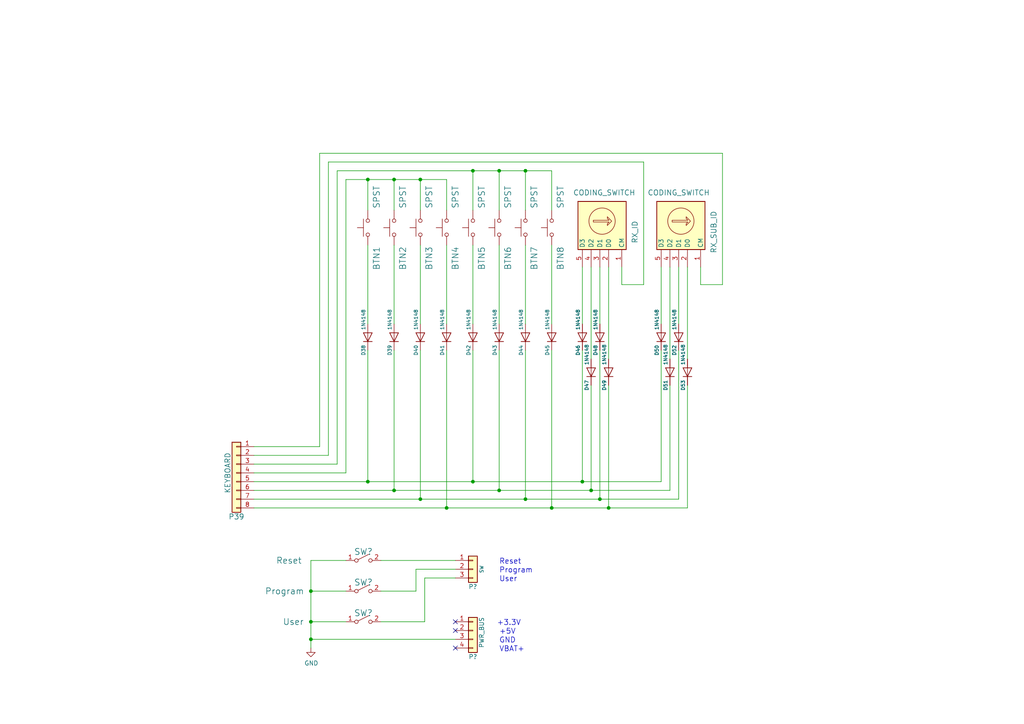
<source format=kicad_sch>
(kicad_sch (version 20230121) (generator eeschema)
  (paper "A4")
  (title_block (title "Buttons and encoders") (date "2020-04-15"))
  (lib_symbols
    (symbol "RCTX-rescue:Conn_01x03-conn" (pin_names (offset 1.016) hide)
      (property "Reference" "J" (at 0 5.08 0))
      (property "Value" "Conn_01x03-conn" (at 0 -5.08 0))
      (symbol "Conn_01x03-conn_1_1"
        (rectangle (start -1.27 -2.413) (end 0 -2.667) (stroke (width 0.1524)))
        (rectangle (start -1.27 0.127) (end 0 -0.127) (stroke (width 0.1524)))
        (rectangle (start -1.27 2.667) (end 0 2.413) (stroke (width 0.1524)))
        (rectangle (start -1.27 3.81) (end 1.27 -3.81) (stroke (width 0.254)) (fill (type background)))
        (pin passive line (at -5.08 2.54 0) (length 3.81) (name "Pin_1") (number "1"))
        (pin passive line (at -5.08 0 0) (length 3.81) (name "Pin_2") (number "2"))
        (pin passive line (at -5.08 -2.54 0) (length 3.81) (name "Pin_3") (number "3"))
      )
    )
    (symbol "RCTX-rescue:Conn_01x04-conn" (pin_names (offset 1.016) hide)
      (property "Reference" "J" (at 0 5.08 0))
      (property "Value" "Conn_01x04-conn" (at 0 -7.62 0))
      (symbol "Conn_01x04-conn_1_1"
        (rectangle (start -1.27 -4.953) (end 0 -5.207) (stroke (width 0.1524)))
        (rectangle (start -1.27 -2.413) (end 0 -2.667) (stroke (width 0.1524)))
        (rectangle (start -1.27 0.127) (end 0 -0.127) (stroke (width 0.1524)))
        (rectangle (start -1.27 2.667) (end 0 2.413) (stroke (width 0.1524)))
        (rectangle (start -1.27 3.81) (end 1.27 -6.35) (stroke (width 0.254)) (fill (type background)))
        (pin passive line (at -5.08 2.54 0) (length 3.81) (name "Pin_1") (number "1"))
        (pin passive line (at -5.08 0 0) (length 3.81) (name "Pin_2") (number "2"))
        (pin passive line (at -5.08 -2.54 0) (length 3.81) (name "Pin_3") (number "3"))
        (pin passive line (at -5.08 -5.08 0) (length 3.81) (name "Pin_4") (number "4"))
      )
    )
    (symbol "RCTX-rescue:Conn_01x08-conn" (pin_names (offset 1.016) hide)
      (property "Reference" "J" (at 0 10.16 0))
      (property "Value" "Conn_01x08-conn" (at 0 -12.7 0))
      (symbol "Conn_01x08-conn_1_1"
        (rectangle (start -1.27 -10.033) (end 0 -10.287) (stroke (width 0.1524)))
        (rectangle (start -1.27 -7.493) (end 0 -7.747) (stroke (width 0.1524)))
        (rectangle (start -1.27 -4.953) (end 0 -5.207) (stroke (width 0.1524)))
        (rectangle (start -1.27 -2.413) (end 0 -2.667) (stroke (width 0.1524)))
        (rectangle (start -1.27 0.127) (end 0 -0.127) (stroke (width 0.1524)))
        (rectangle (start -1.27 2.667) (end 0 2.413) (stroke (width 0.1524)))
        (rectangle (start -1.27 5.207) (end 0 4.953) (stroke (width 0.1524)))
        (rectangle (start -1.27 7.747) (end 0 7.493) (stroke (width 0.1524)))
        (rectangle (start -1.27 8.89) (end 1.27 -11.43) (stroke (width 0.254)) (fill (type background)))
        (pin passive line (at -5.08 7.62 0) (length 3.81) (name "Pin_1") (number "1"))
        (pin passive line (at -5.08 5.08 0) (length 3.81) (name "Pin_2") (number "2"))
        (pin passive line (at -5.08 2.54 0) (length 3.81) (name "Pin_3") (number "3"))
        (pin passive line (at -5.08 0 0) (length 3.81) (name "Pin_4") (number "4"))
        (pin passive line (at -5.08 -2.54 0) (length 3.81) (name "Pin_5") (number "5"))
        (pin passive line (at -5.08 -5.08 0) (length 3.81) (name "Pin_6") (number "6"))
        (pin passive line (at -5.08 -7.62 0) (length 3.81) (name "Pin_7") (number "7"))
        (pin passive line (at -5.08 -10.16 0) (length 3.81) (name "Pin_8") (number "8"))
      )
    )
    (symbol "RCTX-rescue:D-device" (pin_numbers hide) (pin_names (offset 1.016) hide)
      (property "Reference" "D" (at 0 2.54 0))
      (property "Value" "D-device" (at 0 -2.54 0))
      (symbol "D-device_0_1"
        (polyline (pts (xy -1.27 1.27) (xy -1.27 -1.27)) (stroke (width 0.2032)))
        (polyline (pts (xy 1.27 0) (xy -1.27 0)))
        (polyline (pts (xy 1.27 1.27) (xy 1.27 -1.27) (xy -1.27 0) (xy 1.27 1.27)) (stroke (width 0.2032)))
      )
      (symbol "D-device_1_1"
        (pin passive line (at -3.81 0 0) (length 2.54) (name "K") (number "1"))
        (pin passive line (at 3.81 0 180) (length 2.54) (name "A") (number "2"))
      )
    )
    (symbol "RCTX-rescue:GND-power" (power) (pin_names (offset 0))
      (property "Value" "GND-power" (at 0 -3.81 0))
      (symbol "GND-power_0_1"
        (polyline (pts (xy 0 0) (xy 0 -1.27) (xy 1.27 -1.27) (xy 0 -2.54) (xy -1.27 -1.27) (xy 0 -1.27)))
      )
      (symbol "GND-power_1_1"
        (pin power_in line (at 0 0 270) (length 0) hide (name "GND") (number "1"))
      )
    )
    (symbol "RCTX-rescue:SW_Coded-switches"
      (property "Reference" "SW" (at -6.35 8.89 0))
      (property "Value" "SW_Coded-switches" (at -6.35 -7.62 0))
      (symbol "SW_Coded-switches_0_1"
        (circle (center -0.635 0.635) (radius 3.81))
        (polyline (pts (xy -0.889 -1.905) (xy -0.889 2.667) (xy -1.397 2.159) (xy -1.905 2.159) (xy -0.635 3.429) (xy 0.635 2.159) (xy 0.127 2.159) (xy -0.381 2.667) (xy -0.381 -1.905) (xy -0.889 -1.905) (xy -0.889 -1.905)))
        (rectangle (start 7.62 7.62) (end -6.35 -6.35) (stroke (width 0.254)) (fill (type background)))
      )
      (symbol "SW_Coded-switches_1_1"
        (pin passive line (at 12.7 6.35 180) (length 5.08) (name "CM") (number "1"))
        (pin passive line (at 12.7 2.54 180) (length 5.08) (name "D0") (number "2"))
        (pin passive line (at 12.7 0 180) (length 5.08) (name "D1") (number "3"))
        (pin passive line (at 12.7 -2.54 180) (length 5.08) (name "D2") (number "4"))
        (pin passive line (at 12.7 -5.08 180) (length 5.08) (name "D3") (number "5"))
      )
    )
    (symbol "RCTX-rescue:SW_Push-switches" (pin_numbers hide) (pin_names (offset 1.016) hide)
      (property "Reference" "SW" (at 1.27 2.54 0))
      (property "Value" "SW_Push-switches" (at 0 -1.524 0))
      (symbol "SW_Push-switches_0_1"
        (circle (center -2.032 0) (radius 0.508))
        (polyline (pts (xy 0 1.27) (xy 0 3.048)))
        (polyline (pts (xy 2.54 1.27) (xy -2.54 1.27)))
        (circle (center 2.032 0) (radius 0.508))
        (pin passive line (at -5.08 0 0) (length 2.54) (name "1") (number "1"))
        (pin passive line (at 5.08 0 180) (length 2.54) (name "2") (number "2"))
      )
    )
    (symbol "RCTX-rescue:SW_SPST-switches" (pin_names (offset 0) hide)
      (property "Reference" "SW" (at 0 3.175 0))
      (property "Value" "SW_SPST-switches" (at 0 -2.54 0))
      (symbol "SW_SPST-switches_0_0"
        (circle (center -2.032 0) (radius 0.508))
        (polyline (pts (xy -1.524 0.254) (xy 1.524 1.778)))
        (circle (center 2.032 0) (radius 0.508))
      )
      (symbol "SW_SPST-switches_1_1"
        (pin passive line (at -5.08 0 0) (length 2.54) (name "A") (number "1"))
        (pin passive line (at 5.08 0 180) (length 2.54) (name "B") (number "2"))
      )
    )
  )
  (junction (at 152.4 49.53))
  (junction (at 121.92 52.07))
  (junction (at 114.3 52.07))
  (junction (at 173.99 144.78))
  (junction (at 106.68 52.07))
  (junction (at 114.3 142.24))
  (junction (at 144.78 49.53))
  (junction (at 168.91 139.7))
  (junction (at 106.68 139.7))
  (junction (at 137.16 139.7))
  (junction (at 171.45 142.24))
  (junction (at 152.4 144.78))
  (junction (at 160.02 147.32))
  (junction (at 129.54 147.32))
  (junction (at 121.92 144.78))
  (junction (at 137.16 49.53))
  (junction (at 90.17 171.45))
  (junction (at 176.53 147.32))
  (junction (at 90.17 185.42))
  (junction (at 90.17 180.34))
  (junction (at 144.78 142.24))
  (no_connect (at 132.08 187.96))
  (no_connect (at 132.08 182.88))
  (no_connect (at 132.08 180.34))
  (wire (pts (xy 97.79 49.53) (xy 97.79 134.62)))
  (wire (pts (xy 152.4 60.96) (xy 152.4 49.53)))
  (wire (pts (xy 168.91 93.98) (xy 168.91 77.47)))
  (wire (pts (xy 90.17 185.42) (xy 90.17 187.96)))
  (wire (pts (xy 160.02 60.96) (xy 160.02 49.53)))
  (wire (pts (xy 90.17 180.34) (xy 90.17 171.45)))
  (wire (pts (xy 173.99 144.78) (xy 196.85 144.78)))
  (wire (pts (xy 73.66 144.78) (xy 121.92 144.78)))
  (wire (pts (xy 132.08 185.42) (xy 90.17 185.42)))
  (wire (pts (xy 132.08 162.56) (xy 110.49 162.56)))
  (wire (pts (xy 196.85 93.98) (xy 196.85 77.47)))
  (wire (pts (xy 100.33 137.16) (xy 73.66 137.16)))
  (wire (pts (xy 129.54 52.07) (xy 121.92 52.07)))
  (wire (pts (xy 121.92 144.78) (xy 152.4 144.78)))
  (wire (pts (xy 95.25 132.08) (xy 73.66 132.08)))
  (wire (pts (xy 90.17 180.34) (xy 100.33 180.34)))
  (wire (pts (xy 194.31 77.47) (xy 194.31 104.14)))
  (wire (pts (xy 123.19 167.64) (xy 123.19 180.34)))
  (wire (pts (xy 196.85 144.78) (xy 196.85 101.6)))
  (wire (pts (xy 137.16 101.6) (xy 137.16 139.7)))
  (wire (pts (xy 152.4 93.98) (xy 152.4 71.12)))
  (wire (pts (xy 199.39 147.32) (xy 176.53 147.32)))
  (wire (pts (xy 114.3 142.24) (xy 114.3 101.6)))
  (wire (pts (xy 186.69 82.55) (xy 180.34 82.55)))
  (wire (pts (xy 176.53 111.76) (xy 176.53 147.32)))
  (wire (pts (xy 168.91 139.7) (xy 191.77 139.7)))
  (wire (pts (xy 152.4 144.78) (xy 173.99 144.78)))
  (wire (pts (xy 203.2 77.47) (xy 203.2 82.55)))
  (wire (pts (xy 144.78 49.53) (xy 144.78 60.96)))
  (wire (pts (xy 209.55 82.55) (xy 209.55 44.45)))
  (wire (pts (xy 194.31 111.76) (xy 194.31 142.24)))
  (wire (pts (xy 171.45 111.76) (xy 171.45 142.24)))
  (wire (pts (xy 110.49 171.45) (xy 120.65 171.45)))
  (wire (pts (xy 100.33 52.07) (xy 100.33 137.16)))
  (wire (pts (xy 180.34 82.55) (xy 180.34 77.47)))
  (wire (pts (xy 114.3 71.12) (xy 114.3 93.98)))
  (wire (pts (xy 106.68 52.07) (xy 100.33 52.07)))
  (wire (pts (xy 173.99 93.98) (xy 173.99 77.47)))
  (wire (pts (xy 144.78 142.24) (xy 114.3 142.24)))
  (wire (pts (xy 114.3 142.24) (xy 73.66 142.24)))
  (wire (pts (xy 106.68 52.07) (xy 106.68 60.96)))
  (wire (pts (xy 120.65 171.45) (xy 120.65 165.1)))
  (wire (pts (xy 90.17 185.42) (xy 90.17 180.34)))
  (wire (pts (xy 152.4 101.6) (xy 152.4 144.78)))
  (wire (pts (xy 171.45 142.24) (xy 144.78 142.24)))
  (wire (pts (xy 95.25 46.99) (xy 186.69 46.99)))
  (wire (pts (xy 199.39 111.76) (xy 199.39 147.32)))
  (wire (pts (xy 186.69 46.99) (xy 186.69 82.55)))
  (wire (pts (xy 90.17 171.45) (xy 100.33 171.45)))
  (wire (pts (xy 194.31 142.24) (xy 171.45 142.24)))
  (wire (pts (xy 121.92 60.96) (xy 121.92 52.07)))
  (wire (pts (xy 137.16 49.53) (xy 97.79 49.53)))
  (wire (pts (xy 73.66 139.7) (xy 106.68 139.7)))
  (wire (pts (xy 121.92 101.6) (xy 121.92 144.78)))
  (wire (pts (xy 106.68 101.6) (xy 106.68 139.7)))
  (wire (pts (xy 121.92 52.07) (xy 114.3 52.07)))
  (wire (pts (xy 152.4 49.53) (xy 144.78 49.53)))
  (wire (pts (xy 90.17 162.56) (xy 100.33 162.56)))
  (wire (pts (xy 114.3 52.07) (xy 106.68 52.07)))
  (wire (pts (xy 209.55 44.45) (xy 92.71 44.45)))
  (wire (pts (xy 144.78 49.53) (xy 137.16 49.53)))
  (wire (pts (xy 73.66 134.62) (xy 97.79 134.62)))
  (wire (pts (xy 191.77 93.98) (xy 191.77 77.47)))
  (wire (pts (xy 121.92 93.98) (xy 121.92 71.12)))
  (wire (pts (xy 129.54 147.32) (xy 129.54 101.6)))
  (wire (pts (xy 144.78 71.12) (xy 144.78 93.98)))
  (wire (pts (xy 160.02 49.53) (xy 152.4 49.53)))
  (wire (pts (xy 176.53 147.32) (xy 160.02 147.32)))
  (wire (pts (xy 106.68 139.7) (xy 137.16 139.7)))
  (wire (pts (xy 92.71 44.45) (xy 92.71 129.54)))
  (wire (pts (xy 171.45 77.47) (xy 171.45 104.14)))
  (wire (pts (xy 114.3 52.07) (xy 114.3 60.96)))
  (wire (pts (xy 144.78 142.24) (xy 144.78 101.6)))
  (wire (pts (xy 106.68 93.98) (xy 106.68 71.12)))
  (wire (pts (xy 176.53 104.14) (xy 176.53 77.47)))
  (wire (pts (xy 160.02 147.32) (xy 129.54 147.32)))
  (wire (pts (xy 73.66 129.54) (xy 92.71 129.54)))
  (wire (pts (xy 123.19 180.34) (xy 110.49 180.34)))
  (wire (pts (xy 203.2 82.55) (xy 209.55 82.55)))
  (wire (pts (xy 129.54 147.32) (xy 73.66 147.32)))
  (wire (pts (xy 90.17 171.45) (xy 90.17 162.56)))
  (wire (pts (xy 120.65 165.1) (xy 132.08 165.1)))
  (wire (pts (xy 132.08 167.64) (xy 123.19 167.64)))
  (wire (pts (xy 173.99 101.6) (xy 173.99 144.78)))
  (wire (pts (xy 137.16 49.53) (xy 137.16 60.96)))
  (wire (pts (xy 160.02 147.32) (xy 160.02 101.6)))
  (wire (pts (xy 168.91 101.6) (xy 168.91 139.7)))
  (wire (pts (xy 137.16 93.98) (xy 137.16 71.12)))
  (wire (pts (xy 160.02 71.12) (xy 160.02 93.98)))
  (wire (pts (xy 137.16 139.7) (xy 168.91 139.7)))
  (wire (pts (xy 95.25 46.99) (xy 95.25 132.08)))
  (wire (pts (xy 129.54 60.96) (xy 129.54 52.07)))
  (wire (pts (xy 191.77 139.7) (xy 191.77 101.6)))
  (wire (pts (xy 129.54 71.12) (xy 129.54 93.98)))
  (wire (pts (xy 199.39 77.47) (xy 199.39 104.14)))
  (text "Program" (at 144.78 166.37 0) (effects (font (size 1.524 1.524)) (justify left bottom)))
  (text "VBAT+" (at 144.78 189.23 0) (effects (font (size 1.524 1.524)) (justify left bottom)))
  (text "Reset" (at 144.78 163.83 0) (effects (font (size 1.524 1.524)) (justify left bottom)))
  (text "User" (at 144.78 168.91 0) (effects (font (size 1.524 1.524)) (justify left bottom)))
  (text "+3.3V" (at 151.13 181.61 0) (effects (font (size 1.524 1.524)) (justify right bottom)))
  (text "GND" (at 144.78 186.69 0) (effects (font (size 1.524 1.524)) (justify left bottom)))
  (text "+5V" (at 144.78 184.15 0) (effects (font (size 1.524 1.524)) (justify left bottom)))
  (symbol (lib_id "RCTX-rescue:SW_Push-switches") (at 106.68 66.04 90) (unit 1)
    (property "Reference" "BTN1" (at 109.22 74.93 0) (effects (font (size 1.778 1.778))))
    (property "Value" "SPST" (at 109.22 57.15 0) (effects (font (size 1.778 1.778))))
    (property "Footprint" "Buttons_Switches_THT:SW_PUSH_6mm_h5mm" (effects hide))
  )
  (symbol (lib_id "RCTX-rescue:SW_Coded-switches") (at 173.99 64.77 270) (unit 1)
    (property "Reference" "RX_ID" (at 184.15 67.31 0) (effects (font (size 1.524 1.524))))
    (property "Value" "CODING_SWITCH" (at 175.26 55.88 90) (effects (font (size 1.524 1.524))))
    (property "Footprint" "Buttons_Switches_THT:Nidec_Copal_SH-7010C" (effects hide))
  )
  (symbol (lib_id "RCTX-rescue:SW_Coded-switches") (at 196.85 64.77 270) (unit 1)
    (property "Reference" "RX_SUB_ID" (at 207.01 67.31 0) (effects (font (size 1.524 1.524))))
    (property "Value" "CODING_SWITCH" (at 196.85 55.88 90) (effects (font (size 1.524 1.524))))
    (property "Footprint" "Buttons_Switches_THT:Nidec_Copal_SH-7010C" (effects hide))
  )
  (symbol (lib_id "RCTX-rescue:D-device") (at 106.68 97.79 90) (unit 1)
    (property "Reference" "D38" (at 105.41 101.6 0) (effects (font (size 1.016 1.016))))
    (property "Value" "1N4148" (at 105.41 92.71 0) (effects (font (size 1.016 1.016))))
    (property "Footprint" "Diodes_THT:D_5W_P5.08mm_Vertical_KathodeUp" (effects hide))
  )
  (symbol (lib_id "RCTX-rescue:D-device") (at 114.3 97.79 90) (unit 1)
    (property "Reference" "D39" (at 113.03 101.6 0) (effects (font (size 1.016 1.016))))
    (property "Value" "1N4148" (at 113.03 92.71 0) (effects (font (size 1.016 1.016))))
    (property "Footprint" "Diodes_THT:D_5W_P5.08mm_Vertical_KathodeUp" (effects hide))
  )
  (symbol (lib_id "RCTX-rescue:D-device") (at 121.92 97.79 90) (unit 1)
    (property "Reference" "D40" (at 120.65 101.6 0) (effects (font (size 1.016 1.016))))
    (property "Value" "1N4148" (at 120.65 92.71 0) (effects (font (size 1.016 1.016))))
    (property "Footprint" "Diodes_THT:D_5W_P5.08mm_Vertical_KathodeUp" (effects hide))
  )
  (symbol (lib_id "RCTX-rescue:D-device") (at 129.54 97.79 90) (unit 1)
    (property "Reference" "D41" (at 128.27 101.6 0) (effects (font (size 1.016 1.016))))
    (property "Value" "1N4148" (at 128.27 92.71 0) (effects (font (size 1.016 1.016))))
    (property "Footprint" "Diodes_THT:D_5W_P5.08mm_Vertical_KathodeUp" (effects hide))
  )
  (symbol (lib_id "RCTX-rescue:D-device") (at 137.16 97.79 90) (unit 1)
    (property "Reference" "D42" (at 135.89 101.6 0) (effects (font (size 1.016 1.016))))
    (property "Value" "1N4148" (at 135.89 92.71 0) (effects (font (size 1.016 1.016))))
    (property "Footprint" "Diodes_THT:D_5W_P5.08mm_Vertical_KathodeUp" (effects hide))
  )
  (symbol (lib_id "RCTX-rescue:D-device") (at 144.78 97.79 90) (unit 1)
    (property "Reference" "D43" (at 143.51 101.6 0) (effects (font (size 1.016 1.016))))
    (property "Value" "1N4148" (at 143.51 92.71 0) (effects (font (size 1.016 1.016))))
    (property "Footprint" "Diodes_THT:D_5W_P5.08mm_Vertical_KathodeUp" (effects hide))
  )
  (symbol (lib_id "RCTX-rescue:D-device") (at 152.4 97.79 90) (unit 1)
    (property "Reference" "D44" (at 151.13 101.6 0) (effects (font (size 1.016 1.016))))
    (property "Value" "1N4148" (at 151.13 92.71 0) (effects (font (size 1.016 1.016))))
    (property "Footprint" "Diodes_THT:D_5W_P5.08mm_Vertical_KathodeUp" (effects hide))
  )
  (symbol (lib_id "RCTX-rescue:D-device") (at 160.02 97.79 90) (unit 1)
    (property "Reference" "D45" (at 158.75 101.6 0) (effects (font (size 1.016 1.016))))
    (property "Value" "1N4148" (at 158.75 92.71 0) (effects (font (size 1.016 1.016))))
    (property "Footprint" "Diodes_THT:D_5W_P5.08mm_Vertical_KathodeUp" (effects hide))
  )
  (symbol (lib_id "RCTX-rescue:D-device") (at 168.91 97.79 90) (unit 1)
    (property "Reference" "D46" (at 167.64 101.6 0) (effects (font (size 1.016 1.016))))
    (property "Value" "1N4148" (at 167.64 92.71 0) (effects (font (size 1.016 1.016))))
    (property "Footprint" "Diodes_THT:D_5W_P5.08mm_Vertical_KathodeUp" (effects hide))
  )
  (symbol (lib_id "RCTX-rescue:D-device") (at 171.45 107.95 90) (unit 1)
    (property "Reference" "D47" (at 170.18 111.76 0) (effects (font (size 1.016 1.016))))
    (property "Value" "1N4148" (at 170.18 102.87 0) (effects (font (size 1.016 1.016))))
    (property "Footprint" "Diodes_THT:D_5W_P5.08mm_Vertical_KathodeUp" (effects hide))
  )
  (symbol (lib_id "RCTX-rescue:D-device") (at 173.99 97.79 90) (unit 1)
    (property "Reference" "D48" (at 172.72 101.6 0) (effects (font (size 1.016 1.016))))
    (property "Value" "1N4148" (at 172.72 92.71 0) (effects (font (size 1.016 1.016))))
    (property "Footprint" "Diodes_THT:D_5W_P5.08mm_Vertical_KathodeUp" (effects hide))
  )
  (symbol (lib_id "RCTX-rescue:D-device") (at 176.53 107.95 90) (unit 1)
    (property "Reference" "D49" (at 175.26 111.76 0) (effects (font (size 1.016 1.016))))
    (property "Value" "1N4148" (at 175.26 102.87 0) (effects (font (size 1.016 1.016))))
    (property "Footprint" "Diodes_THT:D_5W_P5.08mm_Vertical_KathodeUp" (effects hide))
  )
  (symbol (lib_id "RCTX-rescue:D-device") (at 191.77 97.79 90) (unit 1)
    (property "Reference" "D50" (at 190.5 101.6 0) (effects (font (size 1.016 1.016))))
    (property "Value" "1N4148" (at 190.5 92.71 0) (effects (font (size 1.016 1.016))))
    (property "Footprint" "Diodes_THT:D_5W_P5.08mm_Vertical_KathodeUp" (effects hide))
  )
  (symbol (lib_id "RCTX-rescue:D-device") (at 194.31 107.95 90) (unit 1)
    (property "Reference" "D51" (at 193.04 111.76 0) (effects (font (size 1.016 1.016))))
    (property "Value" "1N4148" (at 193.04 102.87 0) (effects (font (size 1.016 1.016))))
    (property "Footprint" "Diodes_THT:D_5W_P5.08mm_Vertical_KathodeUp" (effects hide))
  )
  (symbol (lib_id "RCTX-rescue:D-device") (at 196.85 97.79 90) (unit 1)
    (property "Reference" "D52" (at 195.58 101.6 0) (effects (font (size 1.016 1.016))))
    (property "Value" "1N4148" (at 195.58 92.71 0) (effects (font (size 1.016 1.016))))
    (property "Footprint" "Diodes_THT:D_5W_P5.08mm_Vertical_KathodeUp" (effects hide))
  )
  (symbol (lib_id "RCTX-rescue:D-device") (at 199.39 107.95 90) (unit 1)
    (property "Reference" "D53" (at 198.12 111.76 0) (effects (font (size 1.016 1.016))))
    (property "Value" "1N4148" (at 198.12 102.87 0) (effects (font (size 1.016 1.016))))
    (property "Footprint" "Diodes_THT:D_5W_P5.08mm_Vertical_KathodeUp" (effects hide))
  )
  (symbol (lib_id "RCTX-rescue:SW_Push-switches") (at 114.3 66.04 90) (unit 1)
    (property "Reference" "BTN2" (at 116.84 74.93 0) (effects (font (size 1.778 1.778))))
    (property "Value" "SPST" (at 116.84 57.15 0) (effects (font (size 1.778 1.778))))
    (property "Footprint" "Buttons_Switches_THT:SW_PUSH_6mm_h5mm" (effects hide))
  )
  (symbol (lib_id "RCTX-rescue:SW_Push-switches") (at 121.92 66.04 90) (unit 1)
    (property "Reference" "BTN3" (at 124.46 74.93 0) (effects (font (size 1.778 1.778))))
    (property "Value" "SPST" (at 124.46 57.15 0) (effects (font (size 1.778 1.778))))
    (property "Footprint" "Buttons_Switches_THT:SW_PUSH_6mm_h5mm" (effects hide))
  )
  (symbol (lib_id "RCTX-rescue:SW_Push-switches") (at 129.54 66.04 90) (unit 1)
    (property "Reference" "BTN4" (at 132.08 74.93 0) (effects (font (size 1.778 1.778))))
    (property "Value" "SPST" (at 132.08 57.15 0) (effects (font (size 1.778 1.778))))
    (property "Footprint" "Buttons_Switches_THT:SW_PUSH_6mm_h5mm" (effects hide))
  )
  (symbol (lib_id "RCTX-rescue:SW_Push-switches") (at 137.16 66.04 90) (unit 1)
    (property "Reference" "BTN5" (at 139.7 74.93 0) (effects (font (size 1.778 1.778))))
    (property "Value" "SPST" (at 139.7 57.15 0) (effects (font (size 1.778 1.778))))
    (property "Footprint" "Buttons_Switches_THT:SW_PUSH_6mm_h5mm" (effects hide))
  )
  (symbol (lib_id "RCTX-rescue:SW_Push-switches") (at 144.78 66.04 90) (unit 1)
    (property "Reference" "BTN6" (at 147.32 74.93 0) (effects (font (size 1.778 1.778))))
    (property "Value" "SPST" (at 147.32 57.15 0) (effects (font (size 1.778 1.778))))
    (property "Footprint" "Buttons_Switches_THT:SW_PUSH_6mm_h5mm" (effects hide))
  )
  (symbol (lib_id "RCTX-rescue:SW_Push-switches") (at 152.4 66.04 90) (unit 1)
    (property "Reference" "BTN7" (at 154.94 74.93 0) (effects (font (size 1.778 1.778))))
    (property "Value" "SPST" (at 154.94 57.15 0) (effects (font (size 1.778 1.778))))
    (property "Footprint" "Buttons_Switches_THT:SW_PUSH_6mm_h5mm" (effects hide))
  )
  (symbol (lib_id "RCTX-rescue:SW_Push-switches") (at 160.02 66.04 90) (unit 1)
    (property "Reference" "BTN8" (at 162.56 74.93 0) (effects (font (size 1.778 1.778))))
    (property "Value" "SPST" (at 162.56 57.15 0) (effects (font (size 1.778 1.778))))
    (property "Footprint" "Buttons_Switches_THT:SW_PUSH_6mm_h5mm" (effects hide))
  )
  (symbol (lib_id "RCTX-rescue:Conn_01x08-conn") (at 68.58 137.16 0) (mirror y) (unit 1)
    (property "Reference" "P39" (at 68.58 149.86 0) (effects (font (size 1.524 1.524))))
    (property "Value" "KEYBOARD" (at 66.04 137.16 90) (effects (font (size 1.524 1.524))))
    (property "Footprint" "Connectors_Samtec:SL-108-X-XX_1x08" (effects hide))
  )
  (symbol (lib_id "RCTX-rescue:SW_SPST-switches") (at 105.41 162.56 0) (unit 1)
    (property "Reference" "SW?" (at 105.41 160.02 0) (effects (font (size 1.778 1.778))))
    (property "Value" "Reset" (at 83.82 162.56 0) (effects (font (size 1.778 1.778))))
    (property "Footprint" "Buttons_Switches_THT:SW_PUSH_6mm_h5mm" (effects hide))
  )
  (symbol (lib_id "RCTX-rescue:SW_SPST-switches") (at 105.41 171.45 0) (unit 1)
    (property "Reference" "SW?" (at 105.41 168.91 0) (effects (font (size 1.778 1.778))))
    (property "Value" "Program" (at 82.55 171.45 0) (effects (font (size 1.778 1.778))))
    (property "Footprint" "Buttons_Switches_THT:SW_PUSH_6mm_h5mm" (effects hide))
  )
  (symbol (lib_id "RCTX-rescue:SW_SPST-switches") (at 105.41 180.34 0) (unit 1)
    (property "Reference" "SW?" (at 105.41 177.8 0) (effects (font (size 1.778 1.778))))
    (property "Value" "User" (at 85.09 180.34 0) (effects (font (size 1.778 1.778))))
    (property "Footprint" "Buttons_Switches_THT:SW_PUSH_6mm_h5mm" (effects hide))
  )
  (symbol (lib_id "RCTX-rescue:Conn_01x03-conn") (at 137.16 165.1 0) (unit 1)
    (property "Reference" "P?" (at 137.16 170.18 0))
    (property "Value" "SW" (at 139.7 165.1 90) (effects (font (size 1.016 1.016))))
    (property "Footprint" "Connectors_Samtec:SL-103-X-XX_1x03" (effects hide))
  )
  (symbol (lib_id "RCTX-rescue:Conn_01x04-conn") (at 137.16 182.88 0) (unit 1)
    (property "Reference" "P?" (at 135.89 190.5 0) (effects (justify left)))
    (property "Value" "PWR_BUS" (at 139.7 187.96 90) (effects (justify left)))
    (property "Footprint" "Connectors_Samtec:SL-104-X-XX_1x04" (effects hide))
  )
  (symbol (lib_id "RCTX-rescue:GND-power") (at 90.17 187.96 0) (unit 1)
    (property "Reference" "#PWR?" (effects hide))
    (property "Value" "GND" (at 90.297 192.3542 0))
  )
)
</source>
